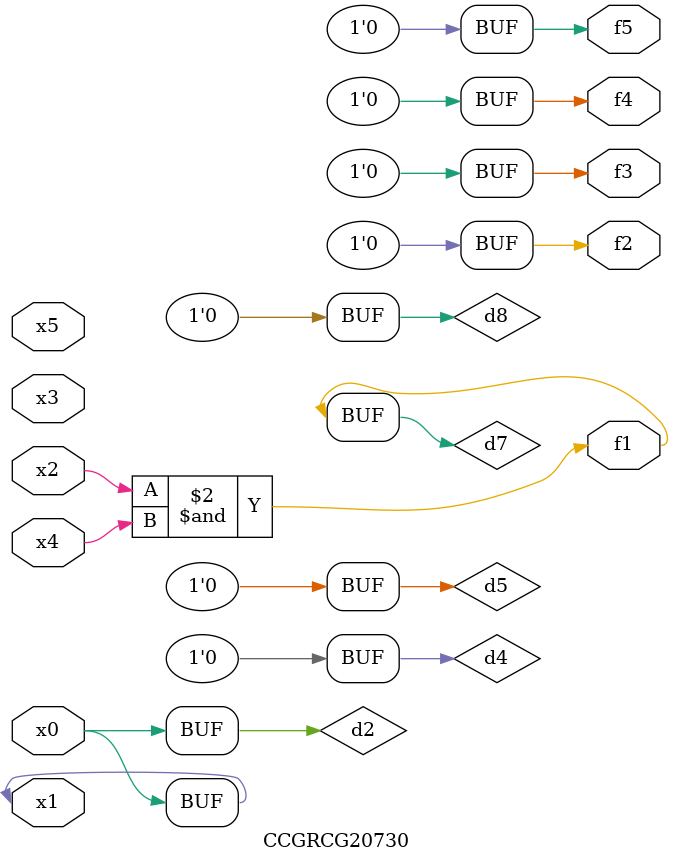
<source format=v>
module CCGRCG20730(
	input x0, x1, x2, x3, x4, x5,
	output f1, f2, f3, f4, f5
);

	wire d1, d2, d3, d4, d5, d6, d7, d8, d9;

	nand (d1, x1);
	buf (d2, x0, x1);
	nand (d3, x2, x4);
	and (d4, d1, d2);
	and (d5, d1, d2);
	nand (d6, d1, d3);
	not (d7, d3);
	xor (d8, d5);
	nor (d9, d5, d6);
	assign f1 = d7;
	assign f2 = d8;
	assign f3 = d8;
	assign f4 = d8;
	assign f5 = d8;
endmodule

</source>
